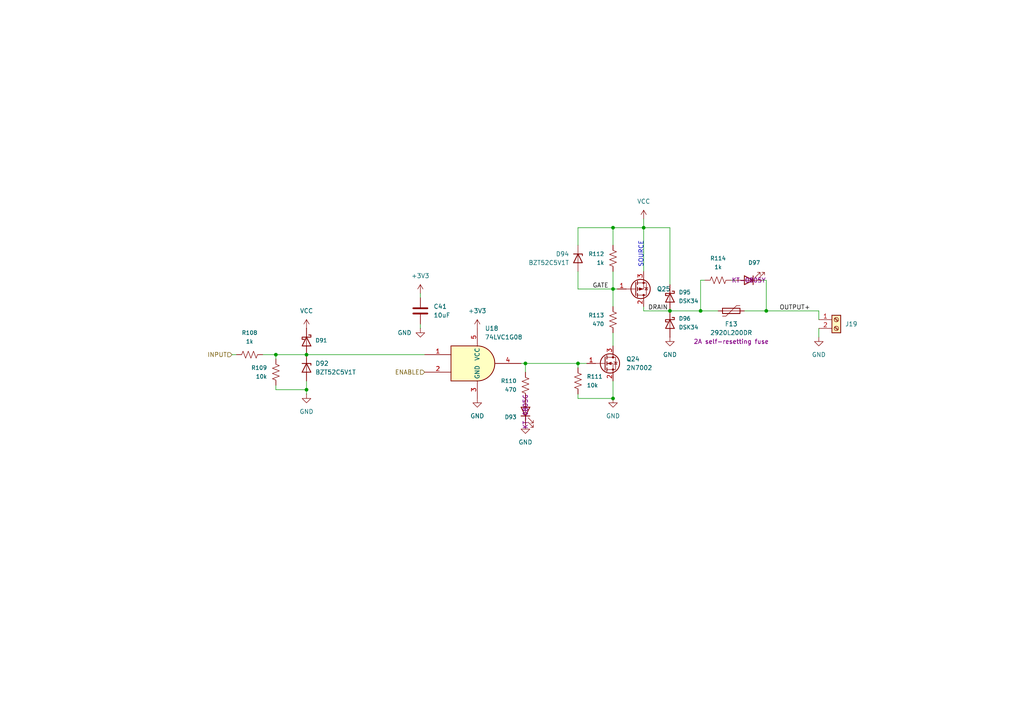
<source format=kicad_sch>
(kicad_sch (version 20250114) (generator "eeschema") (generator_version "9.0")
  (paper "A4")
  (lib_symbols
    (symbol "74xGxx:74LVC1G08"
      (property "Reference" "U" (at -5.08 7.62 0))
      (property "Value" "74LVC1G08" (at 7.62 -7.62 0))
      (symbol "74LVC1G08_0_1"
        (arc (start 0 5.08) (mid 5.0579 0) (end 0 -5.08) (stroke (width 0.254)) (fill (type background)))
        (polyline (pts (xy 0 -5.08) (xy -7.62 -5.08) (xy -7.62 5.08) (xy 0 5.08)) (stroke (width 0.254)) (fill (type background)))
      )
      (symbol "74LVC1G08_1_1"
        (pin input line (at -15.24 2.54 0) (length 7.62) (name "~") (number "1"))
        (pin input line (at -15.24 -2.54 0) (length 7.62) (name "~") (number "2"))
        (pin power_in line (at 0 10.16 270) (length 5.08) (name "VCC") (number "5"))
        (pin power_in line (at 0 -10.16 90) (length 5.08) (name "GND") (number "3"))
        (pin output line (at 12.7 0 180) (length 7.62) (name "~") (number "4"))
      )
    )
    (symbol "Connector:Screw_Terminal_01x02" (pin_names (offset 1.016) (hide yes))
      (property "Reference" "J" (at 0 2.54 0))
      (property "Value" "Screw_Terminal_01x02" (at 0 -5.08 0))
      (symbol "Screw_Terminal_01x02_1_1"
        (rectangle (start -1.27 1.27) (end 1.27 -3.81) (stroke (width 0.254)) (fill (type background)))
        (polyline (pts (xy -0.5334 0.3302) (xy 0.3302 -0.508)) (stroke (width 0.1524)))
        (polyline (pts (xy -0.5334 -2.2098) (xy 0.3302 -3.048)) (stroke (width 0.1524)))
        (polyline (pts (xy -0.3556 0.508) (xy 0.508 -0.3302)) (stroke (width 0.1524)))
        (polyline (pts (xy -0.3556 -2.032) (xy 0.508 -2.8702)) (stroke (width 0.1524)))
        (circle (center 0 0) (radius 0.635) (stroke (width 0.1524)))
        (circle (center 0 -2.54) (radius 0.635) (stroke (width 0.1524)))
        (pin passive line (at -5.08 0 0) (length 3.81) (name "Pin_1") (number "1"))
        (pin passive line (at -5.08 -2.54 0) (length 3.81) (name "Pin_2") (number "2"))
      )
    )
    (symbol "Device:C" (pin_numbers (hide yes)) (pin_names (offset 0.254))
      (property "Reference" "C" (at 0.635 2.54 0))
      (property "Value" "C" (at 0.635 -2.54 0))
      (symbol "C_0_1"
        (polyline (pts (xy -2.032 0.762) (xy 2.032 0.762)) (stroke (width 0.508)))
        (polyline (pts (xy -2.032 -0.762) (xy 2.032 -0.762)) (stroke (width 0.508)))
      )
      (symbol "C_1_1"
        (pin passive line (at 0 3.81 270) (length 2.794) (name "~") (number "1"))
        (pin passive line (at 0 -3.81 90) (length 2.794) (name "~") (number "2"))
      )
    )
    (symbol "Device:D_Schottky" (pin_numbers (hide yes)) (pin_names (offset 1.016) (hide yes))
      (property "Reference" "D" (at 0 2.54 0))
      (property "Value" "D_Schottky" (at 0 -2.54 0))
      (symbol "D_Schottky_0_1"
        (polyline (pts (xy -1.905 0.635) (xy -1.905 1.27) (xy -1.27 1.27) (xy -1.27 -1.27) (xy -0.635 -1.27) (xy -0.635 -0.635)) (stroke (width 0.254)))
        (polyline (pts (xy 1.27 1.27) (xy 1.27 -1.27) (xy -1.27 0) (xy 1.27 1.27)) (stroke (width 0.254)))
        (polyline (pts (xy 1.27 0) (xy -1.27 0)))
      )
      (symbol "D_Schottky_1_1"
        (pin passive line (at -3.81 0 0) (length 2.54) (name "K") (number "1"))
        (pin passive line (at 3.81 0 180) (length 2.54) (name "A") (number "2"))
      )
    )
    (symbol "Device:D_Zener" (pin_numbers (hide yes)) (pin_names (offset 1.016) (hide yes))
      (property "Reference" "D" (at 0 2.54 0))
      (property "Value" "D_Zener" (at 0 -2.54 0))
      (symbol "D_Zener_0_1"
        (polyline (pts (xy -1.27 -1.27) (xy -1.27 1.27) (xy -0.762 1.27)) (stroke (width 0.254)))
        (polyline (pts (xy 1.27 0) (xy -1.27 0)))
        (polyline (pts (xy 1.27 -1.27) (xy 1.27 1.27) (xy -1.27 0) (xy 1.27 -1.27)) (stroke (width 0.254)))
      )
      (symbol "D_Zener_1_1"
        (pin passive line (at -3.81 0 0) (length 2.54) (name "K") (number "1"))
        (pin passive line (at 3.81 0 180) (length 2.54) (name "A") (number "2"))
      )
    )
    (symbol "Device:LED" (pin_numbers (hide yes)) (pin_names (offset 1.016) (hide yes))
      (property "Reference" "D" (at 0 2.54 0))
      (property "Value" "LED" (at 0 -2.54 0))
      (symbol "LED_0_1"
        (polyline (pts (xy -3.048 -0.762) (xy -4.572 -2.286) (xy -3.81 -2.286) (xy -4.572 -2.286) (xy -4.572 -1.524)))
        (polyline (pts (xy -1.778 -0.762) (xy -3.302 -2.286) (xy -2.54 -2.286) (xy -3.302 -2.286) (xy -3.302 -1.524)))
        (polyline (pts (xy -1.27 0) (xy 1.27 0)))
        (polyline (pts (xy -1.27 -1.27) (xy -1.27 1.27)) (stroke (width 0.254)))
        (polyline (pts (xy 1.27 -1.27) (xy 1.27 1.27) (xy -1.27 0) (xy 1.27 -1.27)) (stroke (width 0.254)))
      )
      (symbol "LED_1_1"
        (pin passive line (at -3.81 0 0) (length 2.54) (name "K") (number "1"))
        (pin passive line (at 3.81 0 180) (length 2.54) (name "A") (number "2"))
      )
    )
    (symbol "Device:Polyfuse" (pin_numbers (hide yes)) (pin_names (offset 0))
      (property "Reference" "F" (at -2.54 0 90))
      (property "Value" "Polyfuse" (at 2.54 0 90))
      (symbol "Polyfuse_0_1"
        (polyline (pts (xy -1.524 2.54) (xy -1.524 1.524) (xy 1.524 -1.524) (xy 1.524 -2.54)))
        (rectangle (start -0.762 2.54) (end 0.762 -2.54) (stroke (width 0.254)))
        (polyline (pts (xy 0 2.54) (xy 0 -2.54)))
      )
      (symbol "Polyfuse_1_1"
        (pin passive line (at 0 3.81 270) (length 1.27) (name "~") (number "1"))
        (pin passive line (at 0 -3.81 90) (length 1.27) (name "~") (number "2"))
      )
    )
    (symbol "Device:Q_NMOS_GSD" (pin_names (offset 0) (hide yes))
      (property "Reference" "Q" (at 5.08 1.27 0))
      (property "Value" "Q_NMOS_GSD" (at 5.08 -1.27 0))
      (symbol "Q_NMOS_GSD_0_1"
        (polyline (pts (xy 0.254 1.905) (xy 0.254 -1.905)) (stroke (width 0.254)))
        (polyline (pts (xy 0.254 0) (xy -2.54 0)))
        (polyline (pts (xy 0.762 2.286) (xy 0.762 1.27)) (stroke (width 0.254)))
        (polyline (pts (xy 0.762 0.508) (xy 0.762 -0.508)) (stroke (width 0.254)))
        (polyline (pts (xy 0.762 -1.27) (xy 0.762 -2.286)) (stroke (width 0.254)))
        (polyline (pts (xy 0.762 -1.778) (xy 3.302 -1.778) (xy 3.302 1.778) (xy 0.762 1.778)))
        (polyline (pts (xy 1.016 0) (xy 2.032 0.381) (xy 2.032 -0.381) (xy 1.016 0)) (fill (type outline)))
        (circle (center 1.651 0) (radius 2.794) (stroke (width 0.254)))
        (polyline (pts (xy 2.54 2.54) (xy 2.54 1.778)))
        (circle (center 2.54 1.778) (radius 0.254) (fill (type outline)))
        (circle (center 2.54 -1.778) (radius 0.254) (fill (type outline)))
        (polyline (pts (xy 2.54 -2.54) (xy 2.54 0) (xy 0.762 0)))
        (polyline (pts (xy 2.794 0.508) (xy 2.921 0.381) (xy 3.683 0.381) (xy 3.81 0.254)))
        (polyline (pts (xy 3.302 0.381) (xy 2.921 -0.254) (xy 3.683 -0.254) (xy 3.302 0.381)))
      )
      (symbol "Q_NMOS_GSD_1_1"
        (pin input line (at -5.08 0 0) (length 2.54) (name "G") (number "1"))
        (pin passive line (at 2.54 5.08 270) (length 2.54) (name "D") (number "3"))
        (pin passive line (at 2.54 -5.08 90) (length 2.54) (name "S") (number "2"))
      )
    )
    (symbol "Device:R_US" (pin_numbers (hide yes)) (pin_names (offset 0))
      (property "Reference" "R" (at 2.54 0 90))
      (property "Value" "R_US" (at -2.54 0 90))
      (symbol "R_US_0_1"
        (polyline (pts (xy 0 2.286) (xy 0 2.54)))
        (polyline (pts (xy 0 2.286) (xy 1.016 1.905) (xy 0 1.524) (xy -1.016 1.143) (xy 0 0.762)))
        (polyline (pts (xy 0 0.762) (xy 1.016 0.381) (xy 0 0) (xy -1.016 -0.381) (xy 0 -0.762)))
        (polyline (pts (xy 0 -0.762) (xy 1.016 -1.143) (xy 0 -1.524) (xy -1.016 -1.905) (xy 0 -2.286)))
        (polyline (pts (xy 0 -2.286) (xy 0 -2.54)))
      )
      (symbol "R_US_1_1"
        (pin passive line (at 0 3.81 270) (length 1.27) (name "~") (number "1"))
        (pin passive line (at 0 -3.81 90) (length 1.27) (name "~") (number "2"))
      )
    )
    (symbol "Transistor_FET:SUD19P06-60" (pin_names (hide yes))
      (property "Reference" "Q" (at 4.953 1.905 0))
      (property "Value" "SUD19P06-60" (at 4.953 0 0))
      (symbol "SUD19P06-60_0_1"
        (polyline (pts (xy 0.254 1.905) (xy 0.254 -1.905)) (stroke (width 0.254)))
        (polyline (pts (xy 0.254 0) (xy -2.54 0)))
        (polyline (pts (xy 0.762 2.286) (xy 0.762 1.27)) (stroke (width 0.254)))
        (polyline (pts (xy 0.762 1.778) (xy 3.302 1.778) (xy 3.302 -1.778) (xy 0.762 -1.778)))
        (polyline (pts (xy 0.762 0.508) (xy 0.762 -0.508)) (stroke (width 0.254)))
        (polyline (pts (xy 0.762 -1.27) (xy 0.762 -2.286)) (stroke (width 0.254)))
        (circle (center 1.651 0) (radius 2.794) (stroke (width 0.254)))
        (polyline (pts (xy 2.286 0) (xy 1.27 0.381) (xy 1.27 -0.381) (xy 2.286 0)) (fill (type outline)))
        (polyline (pts (xy 2.54 2.54) (xy 2.54 1.778)))
        (circle (center 2.54 1.778) (radius 0.254) (fill (type outline)))
        (circle (center 2.54 -1.778) (radius 0.254) (fill (type outline)))
        (polyline (pts (xy 2.54 -2.54) (xy 2.54 0) (xy 0.762 0)))
        (polyline (pts (xy 2.794 -0.508) (xy 2.921 -0.381) (xy 3.683 -0.381) (xy 3.81 -0.254)))
        (polyline (pts (xy 3.302 -0.381) (xy 2.921 0.254) (xy 3.683 0.254) (xy 3.302 -0.381)))
      )
      (symbol "SUD19P06-60_1_1"
        (pin input line (at -5.08 0 0) (length 2.54) (name "G") (number "1"))
        (pin passive line (at 2.54 5.08 270) (length 2.54) (name "D") (number "2"))
        (pin passive line (at 2.54 -5.08 90) (length 2.54) (name "S") (number "3"))
      )
    )
    (symbol "power:+3V3" (power) (pin_numbers (hide yes)) (pin_names (offset 0) (hide yes))
      (property "Value" "+3V3" (at 0 3.556 0))
      (symbol "+3V3_0_1"
        (polyline (pts (xy -0.762 1.27) (xy 0 2.54)))
        (polyline (pts (xy 0 2.54) (xy 0.762 1.27)))
        (polyline (pts (xy 0 0) (xy 0 2.54)))
      )
      (symbol "+3V3_1_1"
        (pin power_in line (at 0 0 90) (length 0) (name "~") (number "1"))
      )
    )
    (symbol "power:GND" (power) (pin_numbers (hide yes)) (pin_names (offset 0) (hide yes))
      (property "Value" "GND" (at 0 -3.81 0))
      (symbol "GND_0_1"
        (polyline (pts (xy 0 0) (xy 0 -1.27) (xy 1.27 -1.27) (xy 0 -2.54) (xy -1.27 -1.27) (xy 0 -1.27)))
      )
      (symbol "GND_1_1"
        (pin power_in line (at 0 0 270) (length 0) (name "~") (number "1"))
      )
    )
    (symbol "power:VCC" (power) (pin_numbers (hide yes)) (pin_names (offset 0) (hide yes))
      (property "Value" "VCC" (at 0 3.556 0))
      (symbol "VCC_0_1"
        (polyline (pts (xy -0.762 1.27) (xy 0 2.54)))
        (polyline (pts (xy 0 2.54) (xy 0.762 1.27)))
        (polyline (pts (xy 0 0) (xy 0 2.54)))
      )
      (symbol "VCC_1_1"
        (pin power_in line (at 0 0 90) (length 0) (name "~") (number "1"))
      )
    )
  )
  (text "SOURCE" (at 186.69 69.85 90) (effects (font (size 1.27 1.27)) (justify right bottom)))
  (junction (at 194.31 90.17))
  (junction (at 88.9 102.87))
  (junction (at 88.9 113.03))
  (junction (at 203.2 90.17))
  (junction (at 177.8 115.57))
  (junction (at 222.25 90.17))
  (junction (at 152.4 105.41))
  (junction (at 167.64 105.41))
  (junction (at 186.69 66.04))
  (junction (at 177.8 66.04))
  (junction (at 80.01 102.87))
  (junction (at 177.8 83.82))
  (wire (pts (xy 203.2 81.28) (xy 204.47 81.28)))
  (wire (pts (xy 186.69 63.5) (xy 186.69 66.04)))
  (wire (pts (xy 80.01 102.87) (xy 88.9 102.87)))
  (wire (pts (xy 177.8 66.04) (xy 177.8 71.12)))
  (wire (pts (xy 186.69 66.04) (xy 186.69 78.74)))
  (wire (pts (xy 215.9 90.17) (xy 222.25 90.17)))
  (wire (pts (xy 88.9 114.3) (xy 88.9 113.03)))
  (wire (pts (xy 177.8 110.49) (xy 177.8 115.57)))
  (wire (pts (xy 80.01 113.03) (xy 88.9 113.03)))
  (wire (pts (xy 222.25 90.17) (xy 237.49 90.17)))
  (wire (pts (xy 167.64 105.41) (xy 170.18 105.41)))
  (wire (pts (xy 67.31 102.87) (xy 68.58 102.87)))
  (wire (pts (xy 194.31 82.55) (xy 194.31 66.04)))
  (wire (pts (xy 167.64 78.74) (xy 167.64 83.82)))
  (wire (pts (xy 220.98 81.28) (xy 222.25 81.28)))
  (wire (pts (xy 177.8 78.74) (xy 177.8 83.82)))
  (wire (pts (xy 194.31 66.04) (xy 186.69 66.04)))
  (wire (pts (xy 121.92 95.25) (xy 121.92 93.98)))
  (wire (pts (xy 152.4 105.41) (xy 152.4 107.95)))
  (wire (pts (xy 151.13 105.41) (xy 152.4 105.41)))
  (wire (pts (xy 152.4 105.41) (xy 167.64 105.41)))
  (wire (pts (xy 237.49 95.25) (xy 237.49 97.79)))
  (wire (pts (xy 186.69 90.17) (xy 194.31 90.17)))
  (wire (pts (xy 177.8 83.82) (xy 179.07 83.82)))
  (wire (pts (xy 80.01 102.87) (xy 80.01 104.14)))
  (wire (pts (xy 167.64 115.57) (xy 177.8 115.57)))
  (wire (pts (xy 80.01 111.76) (xy 80.01 113.03)))
  (wire (pts (xy 177.8 83.82) (xy 177.8 88.9)))
  (wire (pts (xy 121.92 85.09) (xy 121.92 86.36)))
  (wire (pts (xy 167.64 71.12) (xy 167.64 66.04)))
  (wire (pts (xy 237.49 92.71) (xy 237.49 90.17)))
  (wire (pts (xy 186.69 88.9) (xy 186.69 90.17)))
  (wire (pts (xy 203.2 90.17) (xy 208.28 90.17)))
  (wire (pts (xy 88.9 113.03) (xy 88.9 110.49)))
  (wire (pts (xy 177.8 66.04) (xy 186.69 66.04)))
  (wire (pts (xy 194.31 90.17) (xy 203.2 90.17)))
  (wire (pts (xy 167.64 114.3) (xy 167.64 115.57)))
  (wire (pts (xy 76.2 102.87) (xy 80.01 102.87)))
  (wire (pts (xy 167.64 66.04) (xy 177.8 66.04)))
  (wire (pts (xy 167.64 83.82) (xy 177.8 83.82)))
  (wire (pts (xy 177.8 96.52) (xy 177.8 100.33)))
  (wire (pts (xy 222.25 81.28) (xy 222.25 90.17)))
  (wire (pts (xy 167.64 105.41) (xy 167.64 106.68)))
  (wire (pts (xy 203.2 81.28) (xy 203.2 90.17)))
  (wire (pts (xy 88.9 102.87) (xy 123.19 102.87)))
  (wire (pts (xy 212.09 81.28) (xy 213.36 81.28)))
  (label "OUTPUT+" (at 226.06 90.17 0))
  (label "GATE" (at 176.53 83.82 180))
  (label "DRAIN" (at 187.96 90.17 0))
  (hierarchical_label "ENABLE" (shape input) (at 123.19 107.95 180))
  (hierarchical_label "INPUT" (shape input) (at 67.31 102.87 180))
  (symbol (lib_id "Connector:Screw_Terminal_01x02") (at 242.57 92.71 0) (unit 1)
    (property "Reference" "J4" (at 245.11 93.9799 0) (effects (justify left)))
    (property "Value" "1890963" (effects (hide yes)))
    (property "Footprint" "Connector_JST:JST_VH_B2P-VH_1x02_P3.96mm_Vertical" (effects (hide yes)))
    (property "LCSC" "C265114 " (effects (hide yes)))
    (instances (project "owl-driver-board-16" (path "" (reference "J19") (unit 1)) (path "" (reference "J18") (unit 1)) (path "" (reference "J16") (unit 1)) (path "" (reference "J23") (unit 1)) (path "" (reference "J17") (unit 1)) (path "" (reference "J14") (unit 1)) (path "" (reference "J21") (unit 1)) (path "" (reference "J5") (unit 1)) (path "" (reference "J4") (unit 1)) (path "" (reference "J20") (unit 1)) (path "" (reference "J7") (unit 1)) (path "" (reference "J8") (unit 1)) (path "" (reference "J12") (unit 1)) (path "" (reference "J22") (unit 1)) (path "" (reference "J15") (unit 1)) (path "" (reference "J13") (unit 1))))
  )
  (symbol (lib_id "Device:LED") (at 152.4 119.38 90) (unit 1)
    (property "Reference" "D29" (at 149.86 120.9675 90) (effects (font (size 1.143 1.143)) (justify left)))
    (property "Value" "KT-0805G" (effects (hide yes)))
    (property "Footprint" "misc:LED_0805_2012Metric" (effects (hide yes)))
    (property "Datasheet" "https://jlcpcb.com/api/file/downloadByFileSystemAccessId/8550724011370958848" (effects (hide yes)))
    (property "LCSC" "C2297" (effects (hide yes)))
    (property "Part" "KT-0805G" (at 152.4 119.38 0))
    (instances (project "owl-driver-board-16" (path "" (reference "D93") (unit 1)) (path "" (reference "D86") (unit 1)) (path "" (reference "D72") (unit 1)) (path "" (reference "D121") (unit 1)) (path "" (reference "D79") (unit 1)) (path "" (reference "D58") (unit 1)) (path "" (reference "D107") (unit 1)) (path "" (reference "D30") (unit 1)) (path "" (reference "D29") (unit 1)) (path "" (reference "D100") (unit 1)) (path "" (reference "D31") (unit 1)) (path "" (reference "D37") (unit 1)) (path "" (reference "D42") (unit 1)) (path "" (reference "D114") (unit 1)) (path "" (reference "D65") (unit 1)) (path "" (reference "D51") (unit 1))))
  )
  (symbol (lib_id "Device:R_US") (at 177.8 74.93 180) (unit 1)
    (property "Reference" "R2" (at 175.26 73.66 0) (effects (font (size 1.143 1.143)) (justify left)))
    (property "Value" "1k" (at 175.26 76.2 0) (effects (font (size 1.143 1.143)) (justify left)))
    (property "Footprint" "Resistor_SMD:R_0603_1608Metric" (effects (hide yes)))
    (property "Datasheet" "https://datasheet.lcsc.com/lcsc/2206010130_UNI-ROYAL-Uniroyal-Elec-0603WAF1001T5E_C21190.pdf" (effects (hide yes)))
    (property "LCSC" "C21190" (effects (hide yes)))
    (instances (project "owl-driver-board-16" (path "" (reference "R112") (unit 1)) (path "" (reference "R105") (unit 1)) (path "" (reference "R91") (unit 1)) (path "" (reference "R140") (unit 1)) (path "" (reference "R98") (unit 1)) (path "" (reference "R77") (unit 1)) (path "" (reference "R126") (unit 1)) (path "" (reference "R3") (unit 1)) (path "" (reference "R2") (unit 1)) (path "" (reference "R119") (unit 1)) (path "" (reference "R15") (unit 1)) (path "" (reference "R20") (unit 1)) (path "" (reference "R52") (unit 1)) (path "" (reference "R133") (unit 1)) (path "" (reference "R84") (unit 1)) (path "" (reference "R70") (unit 1))))
  )
  (symbol (lib_id "power:+3V3") (at 121.92 85.09 0) (unit 1)
    (property "Reference" "#PWR028" (effects (hide yes)))
    (property "Value" "+3V3" (at 121.92 80.01 0))
    (instances (project "owl-driver-board-16" (path "" (reference "#PWR066") (unit 1)) (path "" (reference "#PWR061") (unit 1)) (path "" (reference "#PWR051") (unit 1)) (path "" (reference "#PWR086") (unit 1)) (path "" (reference "#PWR056") (unit 1)) (path "" (reference "#PWR041") (unit 1)) (path "" (reference "#PWR076") (unit 1)) (path "" (reference "#PWR031") (unit 1)) (path "" (reference "#PWR028") (unit 1)) (path "" (reference "#PWR071") (unit 1)) (path "" (reference "#PWR033") (unit 1)) (path "" (reference "#PWR035") (unit 1)) (path "" (reference "#PWR037") (unit 1)) (path "" (reference "#PWR081") (unit 1)) (path "" (reference "#PWR046") (unit 1)) (path "" (reference "#PWR039") (unit 1))))
  )
  (symbol (lib_id "power:VCC") (at 186.69 63.5 0) (unit 1)
    (property "Reference" "#PWR0129" (effects (hide yes)))
    (property "Value" "VCC" (at 186.69 58.42 0))
    (instances (project "owl-driver-board-16" (path "" (reference "#PWR0200") (unit 1)) (path "" (reference "#PWR0194") (unit 1)) (path "" (reference "#PWR0182") (unit 1)) (path "" (reference "#PWR0224") (unit 1)) (path "" (reference "#PWR0188") (unit 1)) (path "" (reference "#PWR0170") (unit 1)) (path "" (reference "#PWR0212") (unit 1)) (path "" (reference "#PWR0130") (unit 1)) (path "" (reference "#PWR0129") (unit 1)) (path "" (reference "#PWR0206") (unit 1)) (path "" (reference "#PWR0135") (unit 1)) (path "" (reference "#PWR0155") (unit 1)) (path "" (reference "#PWR0160") (unit 1)) (path "" (reference "#PWR0218") (unit 1)) (path "" (reference "#PWR0176") (unit 1)) (path "" (reference "#PWR0165") (unit 1))))
  )
  (symbol (lib_id "Device:D_Zener") (at 88.9 106.68 270) (unit 1)
    (property "Reference" "D45" (at 91.44 105.4099 90) (effects (justify left)))
    (property "Value" "BZT52C5V1T" (at 91.44 107.9499 90) (effects (justify left)))
    (property "Footprint" "misc:D_SOD-523_silkpolarity" (effects (hide yes)))
    (property "Datasheet" "https://datasheet.lcsc.com/lcsc/2401261513_BORN-BZT52C5V1T_C20612287.pdf" (effects (hide yes)))
    (property "Note" "9V Zener" (effects (hide yes)))
    (property "LCSC" "C2987034" (effects (hide yes)))
    (instances (project "owl-driver-board-16" (path "" (reference "D92") (unit 1)) (path "" (reference "D85") (unit 1)) (path "" (reference "D71") (unit 1)) (path "" (reference "D120") (unit 1)) (path "" (reference "D78") (unit 1)) (path "" (reference "D57") (unit 1)) (path "" (reference "D106") (unit 1)) (path "" (reference "D46") (unit 1)) (path "" (reference "D45") (unit 1)) (path "" (reference "D99") (unit 1)) (path "" (reference "D47") (unit 1)) (path "" (reference "D48") (unit 1)) (path "" (reference "D49") (unit 1)) (path "" (reference "D113") (unit 1)) (path "" (reference "D64") (unit 1)) (path "" (reference "D50") (unit 1))))
  )
  (symbol (lib_id "power:VCC") (at 88.9 95.25 0) (unit 1)
    (property "Reference" "#PWR0122" (effects (hide yes)))
    (property "Value" "VCC" (at 88.9 90.17 0))
    (instances (project "owl-driver-board-16" (path "" (reference "#PWR0197") (unit 1)) (path "" (reference "#PWR0191") (unit 1)) (path "" (reference "#PWR0179") (unit 1)) (path "" (reference "#PWR0221") (unit 1)) (path "" (reference "#PWR0185") (unit 1)) (path "" (reference "#PWR0167") (unit 1)) (path "" (reference "#PWR0209") (unit 1)) (path "" (reference "#PWR0125") (unit 1)) (path "" (reference "#PWR0122") (unit 1)) (path "" (reference "#PWR0203") (unit 1)) (path "" (reference "#PWR0132") (unit 1)) (path "" (reference "#PWR0137") (unit 1)) (path "" (reference "#PWR0157") (unit 1)) (path "" (reference "#PWR0215") (unit 1)) (path "" (reference "#PWR0173") (unit 1)) (path "" (reference "#PWR0162") (unit 1))))
  )
  (symbol (lib_id "power:GND") (at 177.8 115.57 0) (unit 1)
    (property "Reference" "#PWR0124" (effects (hide yes)))
    (property "Value" "GND" (at 177.8 120.65 0))
    (instances (project "owl-driver-board-16" (path "" (reference "#PWR0199") (unit 1)) (path "" (reference "#PWR0193") (unit 1)) (path "" (reference "#PWR0181") (unit 1)) (path "" (reference "#PWR0223") (unit 1)) (path "" (reference "#PWR0187") (unit 1)) (path "" (reference "#PWR0169") (unit 1)) (path "" (reference "#PWR0211") (unit 1)) (path "" (reference "#PWR0127") (unit 1)) (path "" (reference "#PWR0124") (unit 1)) (path "" (reference "#PWR0205") (unit 1)) (path "" (reference "#PWR0134") (unit 1)) (path "" (reference "#PWR0139") (unit 1)) (path "" (reference "#PWR0159") (unit 1)) (path "" (reference "#PWR0217") (unit 1)) (path "" (reference "#PWR0175") (unit 1)) (path "" (reference "#PWR0164") (unit 1))))
  )
  (symbol (lib_id "Device:LED") (at 217.17 81.28 180) (unit 1)
    (property "Reference" "D4" (at 218.7575 76.2 0) (effects (font (size 1.143 1.143))))
    (property "Value" "KT-0805Y" (effects (hide yes)))
    (property "Footprint" "misc:LED_0805_2012Metric" (effects (hide yes)))
    (property "LCSC" "C2296" (effects (hide yes)))
    (property "Part" "KT-0805Y" (at 217.17 81.28 0))
    (instances (project "owl-driver-board-16" (path "" (reference "D97") (unit 1)) (path "" (reference "D90") (unit 1)) (path "" (reference "D76") (unit 1)) (path "" (reference "D125") (unit 1)) (path "" (reference "D83") (unit 1)) (path "" (reference "D62") (unit 1)) (path "" (reference "D111") (unit 1)) (path "" (reference "D5") (unit 1)) (path "" (reference "D4") (unit 1)) (path "" (reference "D104") (unit 1)) (path "" (reference "D19") (unit 1)) (path "" (reference "D24") (unit 1)) (path "" (reference "D43") (unit 1)) (path "" (reference "D118") (unit 1)) (path "" (reference "D69") (unit 1)) (path "" (reference "D55") (unit 1))))
  )
  (symbol (lib_id "power:GND") (at 194.31 97.79 0) (unit 1)
    (property "Reference" "#PWR0128" (effects (hide yes)))
    (property "Value" "GND" (at 194.31 102.87 0))
    (instances (project "owl-driver-board-16" (path "" (reference "#PWR0201") (unit 1)) (path "" (reference "#PWR0195") (unit 1)) (path "" (reference "#PWR0183") (unit 1)) (path "" (reference "#PWR0225") (unit 1)) (path "" (reference "#PWR0189") (unit 1)) (path "" (reference "#PWR0171") (unit 1)) (path "" (reference "#PWR0213") (unit 1)) (path "" (reference "#PWR0131") (unit 1)) (path "" (reference "#PWR0128") (unit 1)) (path "" (reference "#PWR0207") (unit 1)) (path "" (reference "#PWR0136") (unit 1)) (path "" (reference "#PWR0156") (unit 1)) (path "" (reference "#PWR0161") (unit 1)) (path "" (reference "#PWR0219") (unit 1)) (path "" (reference "#PWR0177") (unit 1)) (path "" (reference "#PWR0166") (unit 1))))
  )
  (symbol (lib_id "power:GND") (at 152.4 123.19 0) (unit 1)
    (property "Reference" "#PWR018" (effects (hide yes)))
    (property "Value" "GND" (at 152.4 128.27 0))
    (instances (project "owl-driver-board-16" (path "" (reference "#PWR070") (unit 1)) (path "" (reference "#PWR065") (unit 1)) (path "" (reference "#PWR055") (unit 1)) (path "" (reference "#PWR090") (unit 1)) (path "" (reference "#PWR060") (unit 1)) (path "" (reference "#PWR045") (unit 1)) (path "" (reference "#PWR080") (unit 1)) (path "" (reference "#PWR022") (unit 1)) (path "" (reference "#PWR018") (unit 1)) (path "" (reference "#PWR075") (unit 1)) (path "" (reference "#PWR023") (unit 1)) (path "" (reference "#PWR024") (unit 1)) (path "" (reference "#PWR025") (unit 1)) (path "" (reference "#PWR085") (unit 1)) (path "" (reference "#PWR050") (unit 1)) (path "" (reference "#PWR027") (unit 1))))
  )
  (symbol (lib_id "Device:R_US") (at 167.64 110.49 180) (unit 1)
    (property "Reference" "R11" (at 170.18 109.22 0) (effects (font (size 1.143 1.143)) (justify right)))
    (property "Value" "10k" (at 170.18 111.76 0) (effects (font (size 1.143 1.143)) (justify right)))
    (property "Footprint" "Resistor_SMD:R_0603_1608Metric" (effects (hide yes)))
    (property "Datasheet" "https://datasheet.lcsc.com/lcsc/2206010216_UNI-ROYAL-Uniroyal-Elec-0603WAJ0103T5E_C15401.pdf" (effects (hide yes)))
    (property "LCSC" "C15401" (effects (hide yes)))
    (instances (project "owl-driver-board-16" (path "" (reference "R111") (unit 1)) (path "" (reference "R104") (unit 1)) (path "" (reference "R90") (unit 1)) (path "" (reference "R139") (unit 1)) (path "" (reference "R97") (unit 1)) (path "" (reference "R76") (unit 1)) (path "" (reference "R125") (unit 1)) (path "" (reference "R12") (unit 1)) (path "" (reference "R11") (unit 1)) (path "" (reference "R118") (unit 1)) (path "" (reference "R14") (unit 1)) (path "" (reference "R19") (unit 1)) (path "" (reference "R51") (unit 1)) (path "" (reference "R132") (unit 1)) (path "" (reference "R83") (unit 1)) (path "" (reference "R69") (unit 1))))
  )
  (symbol (lib_id "power:GND") (at 237.49 97.79 0) (unit 1)
    (property "Reference" "#PWR0110" (effects (hide yes)))
    (property "Value" "GND" (at 237.49 102.87 0))
    (instances (project "owl-driver-board-16" (path "" (reference "#PWR0202") (unit 1)) (path "" (reference "#PWR0196") (unit 1)) (path "" (reference "#PWR0184") (unit 1)) (path "" (reference "#PWR0226") (unit 1)) (path "" (reference "#PWR0190") (unit 1)) (path "" (reference "#PWR0172") (unit 1)) (path "" (reference "#PWR0214") (unit 1)) (path "" (reference "#PWR0111") (unit 1)) (path "" (reference "#PWR0110") (unit 1)) (path "" (reference "#PWR0208") (unit 1)) (path "" (reference "#PWR0112") (unit 1)) (path "" (reference "#PWR0117") (unit 1)) (path "" (reference "#PWR0120") (unit 1)) (path "" (reference "#PWR0220") (unit 1)) (path "" (reference "#PWR0178") (unit 1)) (path "" (reference "#PWR0121") (unit 1))))
  )
  (symbol (lib_id "Device:D_Schottky") (at 194.31 86.36 270) (unit 1)
    (property "Reference" "D8" (at 196.85 84.7725 90) (effects (font (size 1.143 1.143)) (justify left)))
    (property "Value" "DSK34" (at 196.85 87.3125 90) (effects (font (size 1.143 1.143)) (justify left)))
    (property "Footprint" "misc:D_SOD-123F_silkpolarity" (effects (hide yes)))
    (property "Datasheet" "https://datasheet.lcsc.com/lcsc/2304140030_TWGMC-DSK34_C727076.pdf" (effects (hide yes)))
    (property "LCSC" "C727076" (effects (hide yes)))
    (instances (project "owl-driver-board-16" (path "" (reference "D95") (unit 1)) (path "" (reference "D88") (unit 1)) (path "" (reference "D74") (unit 1)) (path "" (reference "D123") (unit 1)) (path "" (reference "D81") (unit 1)) (path "" (reference "D60") (unit 1)) (path "" (reference "D109") (unit 1)) (path "" (reference "D9") (unit 1)) (path "" (reference "D8") (unit 1)) (path "" (reference "D102") (unit 1)) (path "" (reference "D17") (unit 1)) (path "" (reference "D22") (unit 1)) (path "" (reference "D27") (unit 1)) (path "" (reference "D116") (unit 1)) (path "" (reference "D67") (unit 1)) (path "" (reference "D53") (unit 1))))
  )
  (symbol (lib_id "Device:R_US") (at 152.4 111.76 180) (unit 1)
    (property "Reference" "R58" (at 149.86 110.49 0) (effects (font (size 1.143 1.143)) (justify left)))
    (property "Value" "470" (at 149.86 113.03 0) (effects (font (size 1.143 1.143)) (justify left)))
    (property "Footprint" "Resistor_SMD:R_0603_1608Metric" (effects (hide yes)))
    (property "Datasheet" "https://datasheet.lcsc.com/lcsc/2205311845_UNI-ROYAL-Uniroyal-Elec-0603WAJ0471T5E_C25241.pdf" (effects (hide yes)))
    (property "LCSC" "C25241" (effects (hide yes)))
    (instances (project "owl-driver-board-16" (path "" (reference "R110") (unit 1)) (path "" (reference "R103") (unit 1)) (path "" (reference "R89") (unit 1)) (path "" (reference "R138") (unit 1)) (path "" (reference "R96") (unit 1)) (path "" (reference "R75") (unit 1)) (path "" (reference "R124") (unit 1)) (path "" (reference "R59") (unit 1)) (path "" (reference "R58") (unit 1)) (path "" (reference "R117") (unit 1)) (path "" (reference "R60") (unit 1)) (path "" (reference "R61") (unit 1)) (path "" (reference "R63") (unit 1)) (path "" (reference "R131") (unit 1)) (path "" (reference "R82") (unit 1)) (path "" (reference "R68") (unit 1))))
  )
  (symbol (lib_id "Device:R_US") (at 72.39 102.87 270) (unit 1)
    (property "Reference" "R9" (at 72.39 96.52 90) (effects (font (size 1.143 1.143))))
    (property "Value" "1k" (at 72.39 99.06 90) (effects (font (size 1.143 1.143))))
    (property "Footprint" "Resistor_SMD:R_0603_1608Metric" (effects (hide yes)))
    (property "Datasheet" "https://datasheet.lcsc.com/lcsc/2206010130_UNI-ROYAL-Uniroyal-Elec-0603WAF1001T5E_C21190.pdf" (effects (hide yes)))
    (property "LCSC" "C21190" (effects (hide yes)))
    (instances (project "owl-driver-board-16" (path "" (reference "R108") (unit 1)) (path "" (reference "R101") (unit 1)) (path "" (reference "R87") (unit 1)) (path "" (reference "R136") (unit 1)) (path "" (reference "R94") (unit 1)) (path "" (reference "R73") (unit 1)) (path "" (reference "R122") (unit 1)) (path "" (reference "R10") (unit 1)) (path "" (reference "R9") (unit 1)) (path "" (reference "R115") (unit 1)) (path "" (reference "R13") (unit 1)) (path "" (reference "R18") (unit 1)) (path "" (reference "R50") (unit 1)) (path "" (reference "R129") (unit 1)) (path "" (reference "R80") (unit 1)) (path "" (reference "R66") (unit 1))))
  )
  (symbol (lib_id "Transistor_FET:SUD19P06-60") (at 184.15 83.82 0) (mirror x) (unit 1)
    (property "Reference" "Q2" (at 190.5 83.8199 0) (effects (justify left)))
    (property "Value" "AGM60P85AP" (effects (hide yes)))
    (property "Footprint" "misc:PDFN-8-3.3x3.3" (effects (hide yes)))
    (property "Datasheet" "https://datasheet.lcsc.com/lcsc/2309121403_AGM-Semi-AGM60P85AP_C17701049.pdf" (effects (hide yes)))
    (property "LCSC" "C17701049" (effects (hide yes)))
    (instances (project "owl-driver-board-16" (path "" (reference "Q25") (unit 1)) (path "" (reference "Q23") (unit 1)) (path "" (reference "Q19") (unit 1)) (path "" (reference "Q33") (unit 1)) (path "" (reference "Q21") (unit 1)) (path "" (reference "Q15") (unit 1)) (path "" (reference "Q29") (unit 1)) (path "" (reference "Q3") (unit 1)) (path "" (reference "Q2") (unit 1)) (path "" (reference "Q27") (unit 1)) (path "" (reference "Q7") (unit 1)) (path "" (reference "Q9") (unit 1)) (path "" (reference "Q11") (unit 1)) (path "" (reference "Q31") (unit 1)) (path "" (reference "Q17") (unit 1)) (path "" (reference "Q13") (unit 1))))
  )
  (symbol (lib_id "Device:Q_NMOS_GSD") (at 175.26 105.41 0) (unit 1)
    (property "Reference" "Q4" (at 181.61 104.1399 0) (effects (justify left)))
    (property "Value" "2N7002" (at 181.61 106.6799 0) (effects (justify left)))
    (property "Footprint" "misc:SOT-23_nosilk" (effects (hide yes)))
    (property "Datasheet" "https://datasheet.lcsc.com/lcsc/1810151612_Jiangsu-Changjing-Electronics-Technology-Co---Ltd--2N7002_C8545.pdf" (effects (hide yes)))
    (property "LCSC" "C8545" (effects (hide yes)))
    (instances (project "owl-driver-board-16" (path "" (reference "Q24") (unit 1)) (path "" (reference "Q22") (unit 1)) (path "" (reference "Q18") (unit 1)) (path "" (reference "Q32") (unit 1)) (path "" (reference "Q20") (unit 1)) (path "" (reference "Q14") (unit 1)) (path "" (reference "Q28") (unit 1)) (path "" (reference "Q5") (unit 1)) (path "" (reference "Q4") (unit 1)) (path "" (reference "Q26") (unit 1)) (path "" (reference "Q6") (unit 1)) (path "" (reference "Q8") (unit 1)) (path "" (reference "Q10") (unit 1)) (path "" (reference "Q30") (unit 1)) (path "" (reference "Q16") (unit 1)) (path "" (reference "Q12") (unit 1))))
  )
  (symbol (lib_id "Device:D_Zener") (at 167.64 74.93 270) (unit 1)
    (property "Reference" "D2" (at 165.1 73.6599 90) (effects (justify right)))
    (property "Value" "BZT52C5V1T" (at 165.1 76.1999 90) (effects (justify right)))
    (property "Footprint" "misc:D_SOD-523_silkpolarity" (effects (hide yes)))
    (property "Datasheet" "https://datasheet.lcsc.com/lcsc/2401261513_BORN-BZT52C5V1T_C20612287.pdf" (effects (hide yes)))
    (property "Note" "9V Zener" (effects (hide yes)))
    (property "LCSC" "C2987034" (effects (hide yes)))
    (instances (project "owl-driver-board-16" (path "" (reference "D94") (unit 1)) (path "" (reference "D87") (unit 1)) (path "" (reference "D73") (unit 1)) (path "" (reference "D122") (unit 1)) (path "" (reference "D80") (unit 1)) (path "" (reference "D59") (unit 1)) (path "" (reference "D108") (unit 1)) (path "" (reference "D3") (unit 1)) (path "" (reference "D2") (unit 1)) (path "" (reference "D101") (unit 1)) (path "" (reference "D15") (unit 1)) (path "" (reference "D21") (unit 1)) (path "" (reference "D26") (unit 1)) (path "" (reference "D115") (unit 1)) (path "" (reference "D66") (unit 1)) (path "" (reference "D52") (unit 1))))
  )
  (symbol (lib_id "power:GND") (at 121.92 95.25 0) (unit 1)
    (property "Reference" "#PWR029" (effects (hide yes)))
    (property "Value" "GND" (at 119.38 96.5199 0) (effects (justify right)))
    (instances (project "owl-driver-board-16" (path "" (reference "#PWR067") (unit 1)) (path "" (reference "#PWR062") (unit 1)) (path "" (reference "#PWR052") (unit 1)) (path "" (reference "#PWR087") (unit 1)) (path "" (reference "#PWR057") (unit 1)) (path "" (reference "#PWR042") (unit 1)) (path "" (reference "#PWR077") (unit 1)) (path "" (reference "#PWR032") (unit 1)) (path "" (reference "#PWR029") (unit 1)) (path "" (reference "#PWR072") (unit 1)) (path "" (reference "#PWR034") (unit 1)) (path "" (reference "#PWR036") (unit 1)) (path "" (reference "#PWR038") (unit 1)) (path "" (reference "#PWR082") (unit 1)) (path "" (reference "#PWR047") (unit 1)) (path "" (reference "#PWR040") (unit 1))))
  )
  (symbol (lib_id "power:GND") (at 88.9 114.3 0) (unit 1)
    (property "Reference" "#PWR0123" (effects (hide yes)))
    (property "Value" "GND" (at 88.9 119.38 0))
    (instances (project "owl-driver-board-16" (path "" (reference "#PWR0198") (unit 1)) (path "" (reference "#PWR0192") (unit 1)) (path "" (reference "#PWR0180") (unit 1)) (path "" (reference "#PWR0222") (unit 1)) (path "" (reference "#PWR0186") (unit 1)) (path "" (reference "#PWR0168") (unit 1)) (path "" (reference "#PWR0210") (unit 1)) (path "" (reference "#PWR0126") (unit 1)) (path "" (reference "#PWR0123") (unit 1)) (path "" (reference "#PWR0204") (unit 1)) (path "" (reference "#PWR0133") (unit 1)) (path "" (reference "#PWR0138") (unit 1)) (path "" (reference "#PWR0158") (unit 1)) (path "" (reference "#PWR0216") (unit 1)) (path "" (reference "#PWR0174") (unit 1)) (path "" (reference "#PWR0163") (unit 1))))
  )
  (symbol (lib_id "Device:R_US") (at 177.8 92.71 180) (unit 1)
    (property "Reference" "R6" (at 175.26 91.44 0) (effects (font (size 1.143 1.143)) (justify left)))
    (property "Value" "470" (at 175.26 93.98 0) (effects (font (size 1.143 1.143)) (justify left)))
    (property "Footprint" "Resistor_SMD:R_0603_1608Metric" (effects (hide yes)))
    (property "Datasheet" "https://datasheet.lcsc.com/lcsc/2205311845_UNI-ROYAL-Uniroyal-Elec-0603WAJ0471T5E_C25241.pdf" (effects (hide yes)))
    (property "LCSC" "C25241" (effects (hide yes)))
    (instances (project "owl-driver-board-16" (path "" (reference "R113") (unit 1)) (path "" (reference "R106") (unit 1)) (path "" (reference "R92") (unit 1)) (path "" (reference "R141") (unit 1)) (path "" (reference "R99") (unit 1)) (path "" (reference "R78") (unit 1)) (path "" (reference "R127") (unit 1)) (path "" (reference "R7") (unit 1)) (path "" (reference "R6") (unit 1)) (path "" (reference "R120") (unit 1)) (path "" (reference "R16") (unit 1)) (path "" (reference "R21") (unit 1)) (path "" (reference "R64") (unit 1)) (path "" (reference "R134") (unit 1)) (path "" (reference "R85") (unit 1)) (path "" (reference "R71") (unit 1))))
  )
  (symbol (lib_id "Device:Polyfuse") (at 212.09 90.17 90) (unit 1)
    (property "Reference" "F2" (at 212.09 93.98 90))
    (property "Value" "2920L200DR" (at 212.09 96.52 90))
    (property "Footprint" "misc:Fuse_2920_7451Metric_nosilk" (effects (hide yes)))
    (property "Datasheet" "https://datasheet.lcsc.com/lcsc/1809131552_Littelfuse-2920L200DR_C207087.pdf" (effects (hide yes)))
    (property "Note" "2A self-resetting fuse" (at 212.09 99.06 90))
    (property "LCSC" "C207087" (effects (hide yes)))
    (instances (project "owl-driver-board-16" (path "" (reference "F13") (unit 1)) (path "" (reference "F12") (unit 1)) (path "" (reference "F10") (unit 1)) (path "" (reference "F17") (unit 1)) (path "" (reference "F11") (unit 1)) (path "" (reference "F8") (unit 1)) (path "" (reference "F15") (unit 1)) (path "" (reference "F3") (unit 1)) (path "" (reference "F2") (unit 1)) (path "" (reference "F14") (unit 1)) (path "" (reference "F4") (unit 1)) (path "" (reference "F5") (unit 1)) (path "" (reference "F6") (unit 1)) (path "" (reference "F16") (unit 1)) (path "" (reference "F9") (unit 1)) (path "" (reference "F7") (unit 1))))
  )
  (symbol (lib_id "power:+3V3") (at 138.43 95.25 0) (unit 1)
    (property "Reference" "#PWR01" (effects (hide yes)))
    (property "Value" "+3V3" (at 138.43 90.17 0))
    (property "Description" "Power symbol creates a global label with name \"+3V3\"" (effects (hide yes)))
    (instances (project "owl-driver-board-16" (path "" (reference "#PWR068") (unit 1)) (path "" (reference "#PWR063") (unit 1)) (path "" (reference "#PWR053") (unit 1)) (path "" (reference "#PWR088") (unit 1)) (path "" (reference "#PWR058") (unit 1)) (path "" (reference "#PWR043") (unit 1)) (path "" (reference "#PWR078") (unit 1)) (path "" (reference "#PWR03") (unit 1)) (path "" (reference "#PWR01") (unit 1)) (path "" (reference "#PWR073") (unit 1)) (path "" (reference "#PWR05") (unit 1)) (path "" (reference "#PWR07") (unit 1)) (path "" (reference "#PWR015") (unit 1)) (path "" (reference "#PWR083") (unit 1)) (path "" (reference "#PWR048") (unit 1)) (path "" (reference "#PWR017") (unit 1))))
  )
  (symbol (lib_id "Device:D_Schottky") (at 88.9 99.06 270) (unit 1)
    (property "Reference" "D12" (at 91.44 98.7425 90) (effects (font (size 1.143 1.143)) (justify left)))
    (property "Value" "DSK34" (effects (hide yes)))
    (property "Footprint" "misc:D_SOD-123F_silkpolarity" (effects (hide yes)))
    (property "Datasheet" "https://datasheet.lcsc.com/lcsc/2304140030_TWGMC-DSK34_C727076.pdf" (effects (hide yes)))
    (property "LCSC" "C727076" (effects (hide yes)))
    (instances (project "owl-driver-board-16" (path "" (reference "D91") (unit 1)) (path "" (reference "D84") (unit 1)) (path "" (reference "D70") (unit 1)) (path "" (reference "D119") (unit 1)) (path "" (reference "D77") (unit 1)) (path "" (reference "D56") (unit 1)) (path "" (reference "D105") (unit 1)) (path "" (reference "D13") (unit 1)) (path "" (reference "D12") (unit 1)) (path "" (reference "D98") (unit 1)) (path "" (reference "D14") (unit 1)) (path "" (reference "D20") (unit 1)) (path "" (reference "D25") (unit 1)) (path "" (reference "D112") (unit 1)) (path "" (reference "D63") (unit 1)) (path "" (reference "D44") (unit 1))))
  )
  (symbol (lib_id "Device:R_US") (at 208.28 81.28 270) (unit 1)
    (property "Reference" "R4" (at 208.28 74.93 90) (effects (font (size 1.143 1.143))))
    (property "Value" "1k" (at 208.28 77.47 90) (effects (font (size 1.143 1.143))))
    (property "Footprint" "Resistor_SMD:R_0603_1608Metric" (effects (hide yes)))
    (property "Datasheet" "https://datasheet.lcsc.com/lcsc/2206010130_UNI-ROYAL-Uniroyal-Elec-0603WAF1001T5E_C21190.pdf" (effects (hide yes)))
    (property "LCSC" "C21190" (effects (hide yes)))
    (instances (project "owl-driver-board-16" (path "" (reference "R114") (unit 1)) (path "" (reference "R107") (unit 1)) (path "" (reference "R93") (unit 1)) (path "" (reference "R142") (unit 1)) (path "" (reference "R100") (unit 1)) (path "" (reference "R79") (unit 1)) (path "" (reference "R128") (unit 1)) (path "" (reference "R5") (unit 1)) (path "" (reference "R4") (unit 1)) (path "" (reference "R121") (unit 1)) (path "" (reference "R17") (unit 1)) (path "" (reference "R22") (unit 1)) (path "" (reference "R65") (unit 1)) (path "" (reference "R135") (unit 1)) (path "" (reference "R86") (unit 1)) (path "" (reference "R72") (unit 1))))
  )
  (symbol (lib_id "Device:D_Schottky") (at 194.31 93.98 270) (unit 1)
    (property "Reference" "D10" (at 196.85 92.3925 90) (effects (font (size 1.143 1.143)) (justify left)))
    (property "Value" "DSK34" (at 196.85 94.9325 90) (effects (font (size 1.143 1.143)) (justify left)))
    (property "Footprint" "misc:D_SOD-123F_silkpolarity" (effects (hide yes)))
    (property "Datasheet" "https://datasheet.lcsc.com/lcsc/2304140030_TWGMC-DSK34_C727076.pdf" (effects (hide yes)))
    (property "LCSC" "C727076" (effects (hide yes)))
    (instances (project "owl-driver-board-16" (path "" (reference "D96") (unit 1)) (path "" (reference "D89") (unit 1)) (path "" (reference "D75") (unit 1)) (path "" (reference "D124") (unit 1)) (path "" (reference "D82") (unit 1)) (path "" (reference "D61") (unit 1)) (path "" (reference "D110") (unit 1)) (path "" (reference "D11") (unit 1)) (path "" (reference "D10") (unit 1)) (path "" (reference "D103") (unit 1)) (path "" (reference "D18") (unit 1)) (path "" (reference "D23") (unit 1)) (path "" (reference "D28") (unit 1)) (path "" (reference "D117") (unit 1)) (path "" (reference "D68") (unit 1)) (path "" (reference "D54") (unit 1))))
  )
  (symbol (lib_id "Device:C") (at 121.92 90.17 0) (unit 1)
    (property "Reference" "C29" (at 125.73 88.8999 0) (effects (justify left)))
    (property "Value" "10uF" (at 125.73 91.4399 0) (effects (justify left)))
    (property "Footprint" "misc:C_1206_3216Metric_nosilk" (effects (hide yes)))
    (property "LCSC" "C13585" (effects (hide yes)))
    (property "Part" "CL31A106KBHNNNE" (effects (hide yes)))
    (instances (project "owl-driver-board-16" (path "" (reference "C41") (unit 1)) (path "" (reference "C40") (unit 1)) (path "" (reference "C38") (unit 1)) (path "" (reference "C45") (unit 1)) (path "" (reference "C39") (unit 1)) (path "" (reference "C36") (unit 1)) (path "" (reference "C43") (unit 1)) (path "" (reference "C31") (unit 1)) (path "" (reference "C29") (unit 1)) (path "" (reference "C42") (unit 1)) (path "" (reference "C32") (unit 1)) (path "" (reference "C33") (unit 1)) (path "" (reference "C34") (unit 1)) (path "" (reference "C44") (unit 1)) (path "" (reference "C37") (unit 1)) (path "" (reference "C35") (unit 1))))
  )
  (symbol (lib_id "power:GND") (at 138.43 115.57 0) (unit 1)
    (property "Reference" "#PWR02" (effects (hide yes)))
    (property "Value" "GND" (at 138.43 120.65 0))
    (instances (project "owl-driver-board-16" (path "" (reference "#PWR069") (unit 1)) (path "" (reference "#PWR064") (unit 1)) (path "" (reference "#PWR054") (unit 1)) (path "" (reference "#PWR089") (unit 1)) (path "" (reference "#PWR059") (unit 1)) (path "" (reference "#PWR044") (unit 1)) (path "" (reference "#PWR079") (unit 1)) (path "" (reference "#PWR04") (unit 1)) (path "" (reference "#PWR02") (unit 1)) (path "" (reference "#PWR074") (unit 1)) (path "" (reference "#PWR06") (unit 1)) (path "" (reference "#PWR08") (unit 1)) (path "" (reference "#PWR016") (unit 1)) (path "" (reference "#PWR084") (unit 1)) (path "" (reference "#PWR049") (unit 1)) (path "" (reference "#PWR026") (unit 1))))
  )
  (symbol (lib_id "74xGxx:74LVC1G08") (at 138.43 105.41 0) (unit 1)
    (property "Reference" "U5" (at 140.6241 95.25 0) (effects (justify left)))
    (property "Value" "74LVC1G08" (at 140.6241 97.79 0) (effects (justify left)))
    (property "Footprint" "Package_TO_SOT_SMD:SOT-353_SC-70-5" (effects (hide yes)))
    (property "Datasheet" "https://datasheet.lcsc.com/lcsc/1809291813_Nexperia-74LVC1G08GW-125_C12512.pdf" (effects (hide yes)))
    (property "Description" "Single AND Gate, Low-Voltage CMOS" (effects (hide yes)))
    (property "Part" "74LVC1G08GW,125" (effects (hide yes)))
    (property "LCSC" "C12512" (effects (hide yes)))
    (instances (project "owl-driver-board-16" (path "" (reference "U18") (unit 1)) (path "" (reference "U17") (unit 1)) (path "" (reference "U15") (unit 1)) (path "" (reference "U22") (unit 1)) (path "" (reference "U16") (unit 1)) (path "" (reference "U13") (unit 1)) (path "" (reference "U20") (unit 1)) (path "" (reference "U6") (unit 1)) (path "" (reference "U5") (unit 1)) (path "" (reference "U19") (unit 1)) (path "" (reference "U7") (unit 1)) (path "" (reference "U10") (unit 1)) (path "" (reference "U11") (unit 1)) (path "" (reference "U21") (unit 1)) (path "" (reference "U14") (unit 1)) (path "" (reference "U12") (unit 1))))
  )
  (symbol (lib_id "Device:R_US") (at 80.01 107.95 180) (unit 1)
    (property "Reference" "R53" (at 77.47 106.68 0) (effects (font (size 1.143 1.143)) (justify left)))
    (property "Value" "10k" (at 77.47 109.22 0) (effects (font (size 1.143 1.143)) (justify left)))
    (property "Footprint" "Resistor_SMD:R_0603_1608Metric" (effects (hide yes)))
    (property "Datasheet" "https://datasheet.lcsc.com/lcsc/2206010216_UNI-ROYAL-Uniroyal-Elec-0603WAJ0103T5E_C15401.pdf" (effects (hide yes)))
    (property "LCSC" "C15401" (effects (hide yes)))
    (instances (project "owl-driver-board-16" (path "" (reference "R109") (unit 1)) (path "" (reference "R102") (unit 1)) (path "" (reference "R88") (unit 1)) (path "" (reference "R137") (unit 1)) (path "" (reference "R95") (unit 1)) (path "" (reference "R74") (unit 1)) (path "" (reference "R123") (unit 1)) (path "" (reference "R54") (unit 1)) (path "" (reference "R53") (unit 1)) (path "" (reference "R116") (unit 1)) (path "" (reference "R56") (unit 1)) (path "" (reference "R57") (unit 1)) (path "" (reference "R62") (unit 1)) (path "" (reference "R130") (unit 1)) (path "" (reference "R81") (unit 1)) (path "" (reference "R67") (unit 1))))
  )
)
</source>
